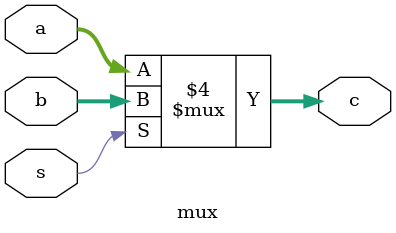
<source format=v>
module mux
#(
    parameter N = 5
)
(
    input wire [N-1: 0] a, b,
    input wire s,
    output reg [N-1: 0]c
);

always @* begin
    if(s==0) c = a;
    else c = b;
end

endmodule
</source>
